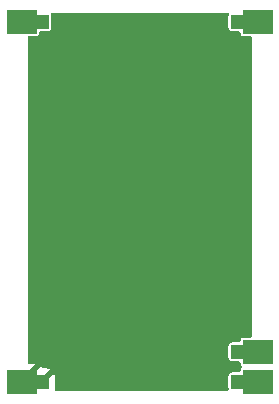
<source format=gbr>
%TF.GenerationSoftware,KiCad,Pcbnew,9.0.1+dfsg-1*%
%TF.CreationDate,2025-05-01T11:07:49+02:00*%
%TF.ProjectId,usb-c-power-in,7573622d-632d-4706-9f77-65722d696e2e,rev?*%
%TF.SameCoordinates,Original*%
%TF.FileFunction,Copper,L2,Bot*%
%TF.FilePolarity,Positive*%
%FSLAX46Y46*%
G04 Gerber Fmt 4.6, Leading zero omitted, Abs format (unit mm)*
G04 Created by KiCad (PCBNEW 9.0.1+dfsg-1) date 2025-05-01 11:07:49*
%MOMM*%
%LPD*%
G01*
G04 APERTURE LIST*
G04 Aperture macros list*
%AMRoundRect*
0 Rectangle with rounded corners*
0 $1 Rounding radius*
0 $2 $3 $4 $5 $6 $7 $8 $9 X,Y pos of 4 corners*
0 Add a 4 corners polygon primitive as box body*
4,1,4,$2,$3,$4,$5,$6,$7,$8,$9,$2,$3,0*
0 Add four circle primitives for the rounded corners*
1,1,$1+$1,$2,$3*
1,1,$1+$1,$4,$5*
1,1,$1+$1,$6,$7*
1,1,$1+$1,$8,$9*
0 Add four rect primitives between the rounded corners*
20,1,$1+$1,$2,$3,$4,$5,0*
20,1,$1+$1,$4,$5,$6,$7,0*
20,1,$1+$1,$6,$7,$8,$9,0*
20,1,$1+$1,$8,$9,$2,$3,0*%
G04 Aperture macros list end*
%TA.AperFunction,CastellatedPad*%
%ADD10R,2.540000X2.000000*%
%TD*%
%TA.AperFunction,ComponentPad*%
%ADD11RoundRect,0.250000X0.375000X0.375000X-0.375000X0.375000X-0.375000X-0.375000X0.375000X-0.375000X0*%
%TD*%
%TA.AperFunction,ViaPad*%
%ADD12C,0.600000*%
%TD*%
G04 APERTURE END LIST*
D10*
%TO.P,M1,1*%
%TO.N,unconnected-(M1-Pad1)*%
X40128000Y-28270200D03*
D11*
X41828000Y-28270200D03*
D10*
%TO.P,M1,13,GND*%
%TO.N,GND*%
X40128000Y-58750200D03*
D11*
X41828000Y-58750200D03*
%TO.P,M1,14*%
%TO.N,unconnected-(M1-Pad14)*%
X58428000Y-28270200D03*
D10*
X60128000Y-28270200D03*
D11*
%TO.P,M1,25*%
%TO.N,unconnected-(M1-Pad25)*%
X58428000Y-56210200D03*
D10*
X60128000Y-56210200D03*
D11*
%TO.P,M1,26*%
%TO.N,+20V*%
X58428000Y-58750200D03*
D10*
X60128000Y-58750200D03*
%TD*%
D12*
%TO.N,GND*%
X52980000Y-36120000D03*
X46460000Y-36480000D03*
X41240000Y-48780000D03*
X58110000Y-39950000D03*
X41400000Y-40310000D03*
X58210000Y-44390000D03*
X41240000Y-53290000D03*
X58210000Y-48100000D03*
X58110000Y-52740000D03*
X41280000Y-45310000D03*
%TD*%
%TA.AperFunction,Conductor*%
%TO.N,GND*%
G36*
X57607445Y-27520385D02*
G01*
X57653200Y-27573189D01*
X57663144Y-27642347D01*
X57653024Y-27673459D01*
X57653276Y-27673548D01*
X57605353Y-27810498D01*
X57605353Y-27810500D01*
X57602500Y-27840930D01*
X57602500Y-28699469D01*
X57605353Y-28729899D01*
X57605353Y-28729901D01*
X57650206Y-28858080D01*
X57650207Y-28858082D01*
X57730850Y-28967350D01*
X57840118Y-29047993D01*
X57882845Y-29062944D01*
X57968299Y-29092846D01*
X57998730Y-29095700D01*
X57998734Y-29095700D01*
X58533500Y-29095700D01*
X58600539Y-29115385D01*
X58646294Y-29168189D01*
X58657500Y-29219700D01*
X58657500Y-29289952D01*
X58669131Y-29348429D01*
X58669132Y-29348430D01*
X58713447Y-29414752D01*
X58779769Y-29459067D01*
X58779770Y-29459068D01*
X58838247Y-29470699D01*
X58838250Y-29470700D01*
X58838252Y-29470700D01*
X59503500Y-29470700D01*
X59570539Y-29490385D01*
X59616294Y-29543189D01*
X59627500Y-29594700D01*
X59627500Y-54885700D01*
X59607815Y-54952739D01*
X59555011Y-54998494D01*
X59503500Y-55009700D01*
X58838247Y-55009700D01*
X58779770Y-55021331D01*
X58779769Y-55021332D01*
X58713447Y-55065647D01*
X58669132Y-55131969D01*
X58669131Y-55131970D01*
X58657500Y-55190447D01*
X58657500Y-55260700D01*
X58637815Y-55327739D01*
X58585011Y-55373494D01*
X58533500Y-55384700D01*
X57998730Y-55384700D01*
X57968300Y-55387553D01*
X57968298Y-55387553D01*
X57840119Y-55432406D01*
X57840117Y-55432407D01*
X57730850Y-55513050D01*
X57650207Y-55622317D01*
X57650206Y-55622319D01*
X57605353Y-55750498D01*
X57605353Y-55750500D01*
X57602500Y-55780930D01*
X57602500Y-56639469D01*
X57605353Y-56669899D01*
X57605353Y-56669901D01*
X57650206Y-56798080D01*
X57650207Y-56798082D01*
X57730850Y-56907350D01*
X57840118Y-56987993D01*
X57882845Y-57002944D01*
X57968299Y-57032846D01*
X57998730Y-57035700D01*
X57998734Y-57035700D01*
X58533500Y-57035700D01*
X58600539Y-57055385D01*
X58646294Y-57108189D01*
X58657500Y-57159700D01*
X58657500Y-57229952D01*
X58669131Y-57288429D01*
X58669132Y-57288430D01*
X58713447Y-57354752D01*
X58746890Y-57377098D01*
X58791695Y-57430711D01*
X58800402Y-57500036D01*
X58770247Y-57563063D01*
X58746890Y-57583302D01*
X58713447Y-57605647D01*
X58669132Y-57671969D01*
X58669131Y-57671970D01*
X58657500Y-57730447D01*
X58657500Y-57800700D01*
X58637815Y-57867739D01*
X58585011Y-57913494D01*
X58533500Y-57924700D01*
X57998730Y-57924700D01*
X57968300Y-57927553D01*
X57968298Y-57927553D01*
X57840119Y-57972406D01*
X57840117Y-57972407D01*
X57730850Y-58053050D01*
X57650207Y-58162317D01*
X57650206Y-58162319D01*
X57605353Y-58290498D01*
X57605353Y-58290500D01*
X57602500Y-58320930D01*
X57602500Y-59179469D01*
X57605353Y-59209899D01*
X57605353Y-59209901D01*
X57653276Y-59346852D01*
X57651979Y-59347305D01*
X57663958Y-59406234D01*
X57638649Y-59471359D01*
X57582149Y-59512463D01*
X57540406Y-59519700D01*
X43034100Y-59519700D01*
X42967061Y-59500015D01*
X42921306Y-59447211D01*
X42911362Y-59378053D01*
X42916394Y-59356696D01*
X42942505Y-59277897D01*
X42942506Y-59277890D01*
X42952999Y-59175186D01*
X42952999Y-58325228D01*
X42952998Y-58325212D01*
X42942505Y-58222502D01*
X42887357Y-58056075D01*
X42882900Y-58048850D01*
X42203000Y-58728750D01*
X42203000Y-58700830D01*
X42177444Y-58605455D01*
X42128075Y-58519945D01*
X42058255Y-58450125D01*
X41972745Y-58400756D01*
X41877370Y-58375200D01*
X41849446Y-58375200D01*
X42529347Y-57695299D01*
X42522124Y-57690843D01*
X42522119Y-57690841D01*
X42355697Y-57635694D01*
X42355690Y-57635693D01*
X42252986Y-57625200D01*
X41971120Y-57625200D01*
X41904081Y-57605515D01*
X41858326Y-57552711D01*
X41854938Y-57544533D01*
X41841354Y-57508113D01*
X41841353Y-57508112D01*
X41790957Y-57440792D01*
X40960105Y-58271645D01*
X40856097Y-58167637D01*
X40733258Y-58085559D01*
X40628500Y-58042166D01*
X40628500Y-57947510D01*
X40648185Y-57880471D01*
X40664819Y-57859829D01*
X41274448Y-57250200D01*
X40752500Y-57250200D01*
X40685461Y-57230515D01*
X40639706Y-57177711D01*
X40628500Y-57126200D01*
X40628500Y-29594700D01*
X40648185Y-29527661D01*
X40700989Y-29481906D01*
X40752500Y-29470700D01*
X41417750Y-29470700D01*
X41417751Y-29470699D01*
X41432568Y-29467752D01*
X41476229Y-29459068D01*
X41476229Y-29459067D01*
X41476231Y-29459067D01*
X41542552Y-29414752D01*
X41586867Y-29348431D01*
X41586867Y-29348429D01*
X41586868Y-29348429D01*
X41598499Y-29289952D01*
X41598500Y-29289950D01*
X41598500Y-29219700D01*
X41618185Y-29152661D01*
X41670989Y-29106906D01*
X41722500Y-29095700D01*
X42257270Y-29095700D01*
X42287699Y-29092846D01*
X42287701Y-29092846D01*
X42351790Y-29070419D01*
X42415882Y-29047993D01*
X42525150Y-28967350D01*
X42605793Y-28858082D01*
X42628219Y-28793990D01*
X42650646Y-28729901D01*
X42650646Y-28729899D01*
X42653500Y-28699469D01*
X42653500Y-27840930D01*
X42650646Y-27810500D01*
X42650646Y-27810498D01*
X42602724Y-27673548D01*
X42604020Y-27673094D01*
X42592042Y-27614166D01*
X42617351Y-27549041D01*
X42673851Y-27507937D01*
X42715594Y-27500700D01*
X57540406Y-27500700D01*
X57607445Y-27520385D01*
G37*
%TD.AperFunction*%
%TD*%
M02*

</source>
